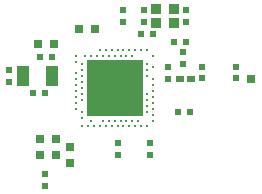
<source format=gtp>
G04*
G04 #@! TF.GenerationSoftware,Altium Limited,Altium Designer,19.0.10 (269)*
G04*
G04 Layer_Color=8421504*
%FSLAX24Y24*%
%MOIN*%
G70*
G01*
G75*
%ADD13R,0.0217X0.0236*%
%ADD14R,0.0236X0.0197*%
%ADD15R,0.0197X0.0236*%
%ADD16R,0.0256X0.0197*%
%ADD17R,0.0300X0.0300*%
%ADD18R,0.0315X0.0295*%
%ADD19R,0.0374X0.0335*%
%ADD20R,0.0295X0.0315*%
%ADD21C,0.0118*%
%ADD22R,0.1909X0.1909*%
%ADD23R,0.0394X0.0709*%
D13*
X-2335Y-2864D02*
D03*
Y-3258D02*
D03*
D14*
X2520Y-787D02*
D03*
X2126D02*
D03*
X2362Y1545D02*
D03*
X1969D02*
D03*
X876Y1791D02*
D03*
X1270D02*
D03*
X-2096Y1033D02*
D03*
X-2490D02*
D03*
X-2314Y-167D02*
D03*
X-2708D02*
D03*
D15*
X4039Y323D02*
D03*
Y717D02*
D03*
X1792Y699D02*
D03*
Y305D02*
D03*
X2266Y803D02*
D03*
Y1197D02*
D03*
X2916Y717D02*
D03*
Y323D02*
D03*
X1191Y-1821D02*
D03*
Y-2215D02*
D03*
X98Y-1821D02*
D03*
Y-2215D02*
D03*
X2378Y2597D02*
D03*
Y2203D02*
D03*
X978Y2203D02*
D03*
Y2597D02*
D03*
X266Y2205D02*
D03*
Y2598D02*
D03*
X-3515Y217D02*
D03*
Y610D02*
D03*
D16*
X2539Y302D02*
D03*
X2165Y302D02*
D03*
D17*
X4550Y300D02*
D03*
D18*
X-1971Y-2215D02*
D03*
Y-1683D02*
D03*
X-2503Y-2215D02*
D03*
Y-1683D02*
D03*
X-1496Y-2500D02*
D03*
Y-1969D02*
D03*
D19*
X1392Y2173D02*
D03*
Y2626D02*
D03*
X1963D02*
D03*
Y2173D02*
D03*
D20*
X-2549Y1467D02*
D03*
X-2018D02*
D03*
X-1191Y1959D02*
D03*
X-659D02*
D03*
D21*
X886Y1280D02*
D03*
X-492D02*
D03*
X-295D02*
D03*
X-98D02*
D03*
X98D02*
D03*
X295D02*
D03*
X492D02*
D03*
X689D02*
D03*
X1083D02*
D03*
X-1280Y1083D02*
D03*
X-984D02*
D03*
X-787D02*
D03*
X-591D02*
D03*
X-394D02*
D03*
X-197D02*
D03*
X0D02*
D03*
X197D02*
D03*
X394D02*
D03*
X591D02*
D03*
X1280D02*
D03*
X1083Y787D02*
D03*
X-1280Y886D02*
D03*
X-1083Y787D02*
D03*
X1280Y689D02*
D03*
X-1083Y591D02*
D03*
X1083D02*
D03*
X-1280Y492D02*
D03*
X-1083Y394D02*
D03*
X1083D02*
D03*
X-1280Y295D02*
D03*
X1280D02*
D03*
X-1083Y197D02*
D03*
X-1280Y98D02*
D03*
X1280D02*
D03*
X-1083Y0D02*
D03*
X-1280Y-98D02*
D03*
X1280D02*
D03*
X-1083Y-197D02*
D03*
X1083D02*
D03*
X-1280Y-295D02*
D03*
X1280D02*
D03*
X-1083Y-394D02*
D03*
X1083D02*
D03*
X-1280Y-492D02*
D03*
X1280D02*
D03*
X1083Y-591D02*
D03*
X-1280Y-689D02*
D03*
X1280D02*
D03*
X-1083Y-787D02*
D03*
X1083D02*
D03*
X1280Y-886D02*
D03*
X-1083Y-984D02*
D03*
X-787Y-1083D02*
D03*
X-394D02*
D03*
X-197D02*
D03*
X0D02*
D03*
X197D02*
D03*
X394D02*
D03*
X591D02*
D03*
X787D02*
D03*
X1280D02*
D03*
X-1083Y-1280D02*
D03*
X-886D02*
D03*
X-689D02*
D03*
X-492D02*
D03*
X-295D02*
D03*
X-98D02*
D03*
X98D02*
D03*
X295D02*
D03*
X492D02*
D03*
X689D02*
D03*
X886D02*
D03*
X1083D02*
D03*
D22*
X0Y0D02*
D03*
D23*
X-2078Y404D02*
D03*
X-3062D02*
D03*
M02*

</source>
